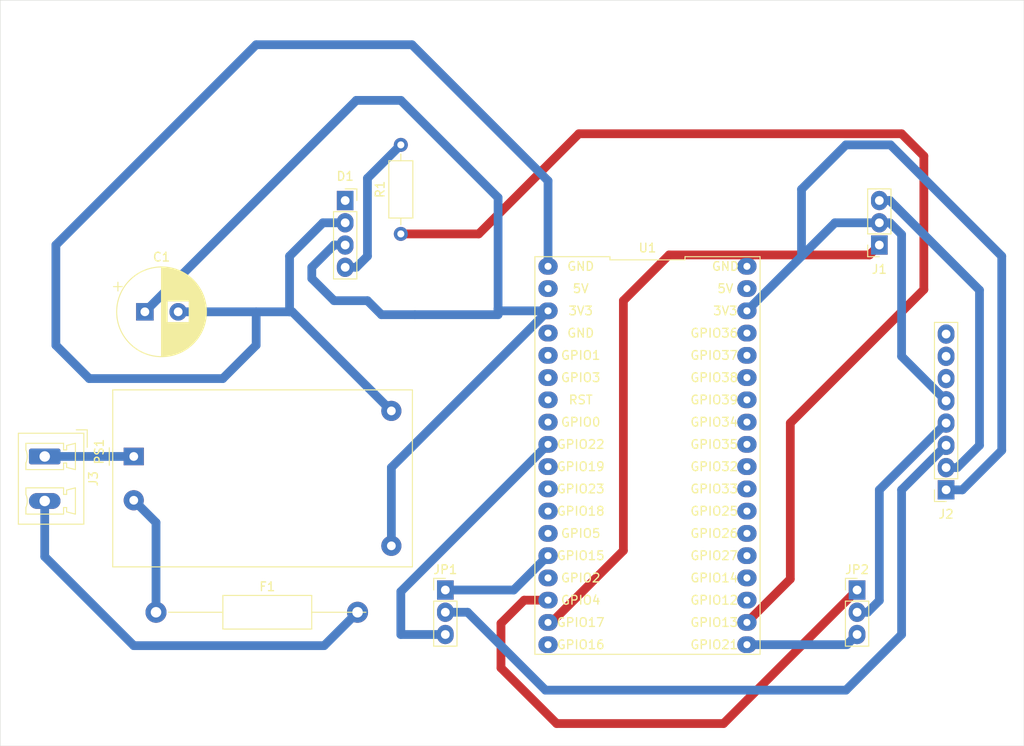
<source format=kicad_pcb>
(kicad_pcb (version 20171130) (host pcbnew "(5.1.6)-1")

  (general
    (thickness 1.6)
    (drawings 4)
    (tracks 101)
    (zones 0)
    (modules 11)
    (nets 44)
  )

  (page A4)
  (layers
    (0 F.Cu signal)
    (31 B.Cu signal)
    (32 B.Adhes user)
    (33 F.Adhes user)
    (34 B.Paste user)
    (35 F.Paste user)
    (36 B.SilkS user)
    (37 F.SilkS user)
    (38 B.Mask user)
    (39 F.Mask user)
    (40 Dwgs.User user)
    (41 Cmts.User user)
    (42 Eco1.User user)
    (43 Eco2.User user)
    (44 Edge.Cuts user)
    (45 Margin user)
    (46 B.CrtYd user)
    (47 F.CrtYd user)
    (48 B.Fab user)
    (49 F.Fab user)
  )

  (setup
    (last_trace_width 1)
    (trace_clearance 0.2)
    (zone_clearance 0.508)
    (zone_45_only no)
    (trace_min 0.2)
    (via_size 0.8)
    (via_drill 0.4)
    (via_min_size 0.4)
    (via_min_drill 0.3)
    (uvia_size 0.3)
    (uvia_drill 0.1)
    (uvias_allowed no)
    (uvia_min_size 0.2)
    (uvia_min_drill 0.1)
    (edge_width 0.05)
    (segment_width 0.2)
    (pcb_text_width 0.3)
    (pcb_text_size 1.5 1.5)
    (mod_edge_width 0.12)
    (mod_text_size 1 1)
    (mod_text_width 0.15)
    (pad_size 2.4 2.4)
    (pad_drill 1.2)
    (pad_to_mask_clearance 0.05)
    (aux_axis_origin 0 0)
    (visible_elements 7FFFFFFF)
    (pcbplotparams
      (layerselection 0x010fc_ffffffff)
      (usegerberextensions false)
      (usegerberattributes true)
      (usegerberadvancedattributes true)
      (creategerberjobfile true)
      (excludeedgelayer true)
      (linewidth 0.100000)
      (plotframeref false)
      (viasonmask false)
      (mode 1)
      (useauxorigin false)
      (hpglpennumber 1)
      (hpglpenspeed 20)
      (hpglpendiameter 15.000000)
      (psnegative false)
      (psa4output false)
      (plotreference true)
      (plotvalue true)
      (plotinvisibletext false)
      (padsonsilk false)
      (subtractmaskfromsilk false)
      (outputformat 1)
      (mirror false)
      (drillshape 0)
      (scaleselection 1)
      (outputdirectory "trazado/"))
  )

  (net 0 "")
  (net 1 "Net-(J1-Pad1)")
  (net 2 "Net-(J1-Pad2)")
  (net 3 "Net-(J1-Pad3)")
  (net 4 "Net-(J2-Pad3)")
  (net 5 "Net-(J2-Pad4)")
  (net 6 "Net-(J2-Pad6)")
  (net 7 "Net-(J2-Pad7)")
  (net 8 "Net-(J2-Pad8)")
  (net 9 "Net-(U1-Pad36)")
  (net 10 "Net-(U1-Pad37)")
  (net 11 "Net-(U1-PadRX)")
  (net 12 "Net-(U1-Pad38)")
  (net 13 "Net-(U1-PadTX)")
  (net 14 "Net-(U1-Pad39)")
  (net 15 "Net-(U1-PadRST)")
  (net 16 "Net-(U1-Pad34)")
  (net 17 "Net-(U1-Pad0)")
  (net 18 "Net-(U1-Pad32)")
  (net 19 "Net-(U1-Pad19)")
  (net 20 "Net-(U1-Pad33)")
  (net 21 "Net-(U1-Pad23)")
  (net 22 "Net-(U1-Pad25)")
  (net 23 "Net-(U1-Pad18)")
  (net 24 "Net-(U1-Pad26)")
  (net 25 "Net-(U1-Pad5)")
  (net 26 "Net-(U1-Pad27)")
  (net 27 "Net-(U1-Pad14)")
  (net 28 "Net-(U1-Pad2)")
  (net 29 "Net-(U1-Pad12)")
  (net 30 "Net-(U1-Pad16)")
  (net 31 "Net-(JP1-Pad1)")
  (net 32 "Net-(JP1-Pad3)")
  (net 33 "Net-(JP2-Pad3)")
  (net 34 "Net-(JP2-Pad1)")
  (net 35 "Net-(C1-Pad1)")
  (net 36 "Net-(C1-Pad2)")
  (net 37 "Net-(D1-Pad4)")
  (net 38 "Net-(F1-Pad1)")
  (net 39 "Net-(F1-Pad2)")
  (net 40 "Net-(J3-Pad1)")
  (net 41 "Net-(U1-Pad5V)")
  (net 42 "Net-(R1-Pad1)")
  (net 43 "Net-(U1-Pad35)")

  (net_class Default "This is the default net class."
    (clearance 0.2)
    (trace_width 1)
    (via_dia 0.8)
    (via_drill 0.4)
    (uvia_dia 0.3)
    (uvia_drill 0.1)
    (add_net "Net-(C1-Pad1)")
    (add_net "Net-(C1-Pad2)")
    (add_net "Net-(D1-Pad4)")
    (add_net "Net-(F1-Pad1)")
    (add_net "Net-(F1-Pad2)")
    (add_net "Net-(J1-Pad1)")
    (add_net "Net-(J1-Pad2)")
    (add_net "Net-(J1-Pad3)")
    (add_net "Net-(J2-Pad3)")
    (add_net "Net-(J2-Pad4)")
    (add_net "Net-(J2-Pad6)")
    (add_net "Net-(J2-Pad7)")
    (add_net "Net-(J2-Pad8)")
    (add_net "Net-(J3-Pad1)")
    (add_net "Net-(JP1-Pad1)")
    (add_net "Net-(JP1-Pad3)")
    (add_net "Net-(JP2-Pad1)")
    (add_net "Net-(JP2-Pad3)")
    (add_net "Net-(R1-Pad1)")
    (add_net "Net-(U1-Pad0)")
    (add_net "Net-(U1-Pad12)")
    (add_net "Net-(U1-Pad14)")
    (add_net "Net-(U1-Pad16)")
    (add_net "Net-(U1-Pad18)")
    (add_net "Net-(U1-Pad19)")
    (add_net "Net-(U1-Pad2)")
    (add_net "Net-(U1-Pad23)")
    (add_net "Net-(U1-Pad25)")
    (add_net "Net-(U1-Pad26)")
    (add_net "Net-(U1-Pad27)")
    (add_net "Net-(U1-Pad32)")
    (add_net "Net-(U1-Pad33)")
    (add_net "Net-(U1-Pad34)")
    (add_net "Net-(U1-Pad35)")
    (add_net "Net-(U1-Pad36)")
    (add_net "Net-(U1-Pad37)")
    (add_net "Net-(U1-Pad38)")
    (add_net "Net-(U1-Pad39)")
    (add_net "Net-(U1-Pad5)")
    (add_net "Net-(U1-Pad5V)")
    (add_net "Net-(U1-PadRST)")
    (add_net "Net-(U1-PadRX)")
    (add_net "Net-(U1-PadTX)")
  )

  (module Connector_PinHeader_2.54mm:PinHeader_1x03_P2.54mm_Vertical (layer F.Cu) (tedit 603DF308) (tstamp 603CA03F)
    (at 99.06 100.33)
    (descr "Through hole straight pin header, 1x03, 2.54mm pitch, single row")
    (tags "Through hole pin header THT 1x03 2.54mm single row")
    (path /603CA3C0)
    (fp_text reference JP1 (at 0 -2.33) (layer F.SilkS)
      (effects (font (size 1 1) (thickness 0.15)))
    )
    (fp_text value Jumper_3_Open (at 0 7.41) (layer F.Fab)
      (effects (font (size 1 1) (thickness 0.15)))
    )
    (fp_line (start 1.8 -1.8) (end -1.8 -1.8) (layer F.CrtYd) (width 0.05))
    (fp_line (start 1.8 6.85) (end 1.8 -1.8) (layer F.CrtYd) (width 0.05))
    (fp_line (start -1.8 6.85) (end 1.8 6.85) (layer F.CrtYd) (width 0.05))
    (fp_line (start -1.8 -1.8) (end -1.8 6.85) (layer F.CrtYd) (width 0.05))
    (fp_line (start -1.33 -1.33) (end 0 -1.33) (layer F.SilkS) (width 0.12))
    (fp_line (start -1.33 0) (end -1.33 -1.33) (layer F.SilkS) (width 0.12))
    (fp_line (start -1.33 1.27) (end 1.33 1.27) (layer F.SilkS) (width 0.12))
    (fp_line (start 1.33 1.27) (end 1.33 6.41) (layer F.SilkS) (width 0.12))
    (fp_line (start -1.33 1.27) (end -1.33 6.41) (layer F.SilkS) (width 0.12))
    (fp_line (start -1.33 6.41) (end 1.33 6.41) (layer F.SilkS) (width 0.12))
    (fp_line (start -1.27 -0.635) (end -0.635 -1.27) (layer F.Fab) (width 0.1))
    (fp_line (start -1.27 6.35) (end -1.27 -0.635) (layer F.Fab) (width 0.1))
    (fp_line (start 1.27 6.35) (end -1.27 6.35) (layer F.Fab) (width 0.1))
    (fp_line (start 1.27 -1.27) (end 1.27 6.35) (layer F.Fab) (width 0.1))
    (fp_line (start -0.635 -1.27) (end 1.27 -1.27) (layer F.Fab) (width 0.1))
    (fp_text user %R (at 0 2.54 90) (layer F.Fab)
      (effects (font (size 1 1) (thickness 0.15)))
    )
    (pad 1 thru_hole rect (at 0 0) (size 1.9 2.2) (drill 1) (layers *.Cu *.Mask)
      (net 31 "Net-(JP1-Pad1)"))
    (pad 2 thru_hole oval (at 0 2.54) (size 1.9 2.2) (drill 1) (layers *.Cu *.Mask)
      (net 4 "Net-(J2-Pad3)"))
    (pad 3 thru_hole oval (at 0 5.08) (size 1.9 2.2) (drill 1) (layers *.Cu *.Mask)
      (net 32 "Net-(JP1-Pad3)"))
    (model ${KISYS3DMOD}/Connector_PinHeader_2.54mm.3dshapes/PinHeader_1x03_P2.54mm_Vertical.wrl
      (at (xyz 0 0 0))
      (scale (xyz 1 1 1))
      (rotate (xyz 0 0 0))
    )
  )

  (module Connector_PinHeader_2.54mm:PinHeader_1x03_P2.54mm_Vertical (layer F.Cu) (tedit 603DF2D5) (tstamp 603CA056)
    (at 146.05 100.33)
    (descr "Through hole straight pin header, 1x03, 2.54mm pitch, single row")
    (tags "Through hole pin header THT 1x03 2.54mm single row")
    (path /603CC864)
    (fp_text reference JP2 (at 0 -2.33) (layer F.SilkS)
      (effects (font (size 1 1) (thickness 0.15)))
    )
    (fp_text value Jumper_3_Open (at 0 7.41) (layer F.Fab)
      (effects (font (size 1 1) (thickness 0.15)))
    )
    (fp_line (start -0.635 -1.27) (end 1.27 -1.27) (layer F.Fab) (width 0.1))
    (fp_line (start 1.27 -1.27) (end 1.27 6.35) (layer F.Fab) (width 0.1))
    (fp_line (start 1.27 6.35) (end -1.27 6.35) (layer F.Fab) (width 0.1))
    (fp_line (start -1.27 6.35) (end -1.27 -0.635) (layer F.Fab) (width 0.1))
    (fp_line (start -1.27 -0.635) (end -0.635 -1.27) (layer F.Fab) (width 0.1))
    (fp_line (start -1.33 6.41) (end 1.33 6.41) (layer F.SilkS) (width 0.12))
    (fp_line (start -1.33 1.27) (end -1.33 6.41) (layer F.SilkS) (width 0.12))
    (fp_line (start 1.33 1.27) (end 1.33 6.41) (layer F.SilkS) (width 0.12))
    (fp_line (start -1.33 1.27) (end 1.33 1.27) (layer F.SilkS) (width 0.12))
    (fp_line (start -1.33 0) (end -1.33 -1.33) (layer F.SilkS) (width 0.12))
    (fp_line (start -1.33 -1.33) (end 0 -1.33) (layer F.SilkS) (width 0.12))
    (fp_line (start -1.8 -1.8) (end -1.8 6.85) (layer F.CrtYd) (width 0.05))
    (fp_line (start -1.8 6.85) (end 1.8 6.85) (layer F.CrtYd) (width 0.05))
    (fp_line (start 1.8 6.85) (end 1.8 -1.8) (layer F.CrtYd) (width 0.05))
    (fp_line (start 1.8 -1.8) (end -1.8 -1.8) (layer F.CrtYd) (width 0.05))
    (fp_text user %R (at 0 2.54 90) (layer F.Fab)
      (effects (font (size 1 1) (thickness 0.15)))
    )
    (pad 3 thru_hole oval (at 0 5.08) (size 1.9 2.2) (drill 1) (layers *.Cu *.Mask)
      (net 33 "Net-(JP2-Pad3)"))
    (pad 2 thru_hole oval (at 0 2.54) (size 1.9 2.2) (drill 1) (layers *.Cu *.Mask)
      (net 5 "Net-(J2-Pad4)"))
    (pad 1 thru_hole rect (at 0 0) (size 1.9 2.2) (drill 1) (layers *.Cu *.Mask)
      (net 34 "Net-(JP2-Pad1)"))
    (model ${KISYS3DMOD}/Connector_PinHeader_2.54mm.3dshapes/PinHeader_1x03_P2.54mm_Vertical.wrl
      (at (xyz 0 0 0))
      (scale (xyz 1 1 1))
      (rotate (xyz 0 0 0))
    )
  )

  (module Connector_PinSocket_2.54mm:PinSocket_1x04_P2.54mm_Vertical (layer F.Cu) (tedit 603DF298) (tstamp 603CED56)
    (at 87.63 55.88)
    (descr "Through hole straight socket strip, 1x04, 2.54mm pitch, single row (from Kicad 4.0.7), script generated")
    (tags "Through hole socket strip THT 1x04 2.54mm single row")
    (path /603EED04)
    (fp_text reference D1 (at 0 -2.77) (layer F.SilkS)
      (effects (font (size 1 1) (thickness 0.15)))
    )
    (fp_text value NeoPixel_THT (at 0 10.39) (layer F.Fab)
      (effects (font (size 1 1) (thickness 0.15)))
    )
    (fp_line (start -1.27 -1.27) (end 0.635 -1.27) (layer F.Fab) (width 0.1))
    (fp_line (start 0.635 -1.27) (end 1.27 -0.635) (layer F.Fab) (width 0.1))
    (fp_line (start 1.27 -0.635) (end 1.27 8.89) (layer F.Fab) (width 0.1))
    (fp_line (start 1.27 8.89) (end -1.27 8.89) (layer F.Fab) (width 0.1))
    (fp_line (start -1.27 8.89) (end -1.27 -1.27) (layer F.Fab) (width 0.1))
    (fp_line (start -1.33 1.27) (end 1.33 1.27) (layer F.SilkS) (width 0.12))
    (fp_line (start -1.33 1.27) (end -1.33 8.95) (layer F.SilkS) (width 0.12))
    (fp_line (start -1.33 8.95) (end 1.33 8.95) (layer F.SilkS) (width 0.12))
    (fp_line (start 1.33 1.27) (end 1.33 8.95) (layer F.SilkS) (width 0.12))
    (fp_line (start 1.33 -1.33) (end 1.33 0) (layer F.SilkS) (width 0.12))
    (fp_line (start 0 -1.33) (end 1.33 -1.33) (layer F.SilkS) (width 0.12))
    (fp_line (start -1.8 -1.8) (end 1.75 -1.8) (layer F.CrtYd) (width 0.05))
    (fp_line (start 1.75 -1.8) (end 1.75 9.4) (layer F.CrtYd) (width 0.05))
    (fp_line (start 1.75 9.4) (end -1.8 9.4) (layer F.CrtYd) (width 0.05))
    (fp_line (start -1.8 9.4) (end -1.8 -1.8) (layer F.CrtYd) (width 0.05))
    (fp_text user %R (at 0 3.81 90) (layer F.Fab)
      (effects (font (size 1 1) (thickness 0.15)))
    )
    (pad 1 thru_hole rect (at 0 0) (size 1.9 2.2) (drill 1) (layers *.Cu *.Mask)
      (net 36 "Net-(C1-Pad2)"))
    (pad 2 thru_hole oval (at 0 2.54) (size 1.9 2.2) (drill 1) (layers *.Cu *.Mask)
      (net 36 "Net-(C1-Pad2)"))
    (pad 3 thru_hole oval (at 0 5.08) (size 1.9 2.2) (drill 1) (layers *.Cu *.Mask)
      (net 35 "Net-(C1-Pad1)"))
    (pad 4 thru_hole oval (at 0 7.62) (size 1.9 2.2) (drill 1) (layers *.Cu *.Mask)
      (net 37 "Net-(D1-Pad4)"))
    (model ${KISYS3DMOD}/Connector_PinSocket_2.54mm.3dshapes/PinSocket_1x04_P2.54mm_Vertical.wrl
      (at (xyz 0 0 0))
      (scale (xyz 1 1 1))
      (rotate (xyz 0 0 0))
    )
  )

  (module Connector_PinSocket_2.54mm:PinSocket_1x03_P2.54mm_Vertical (layer F.Cu) (tedit 603DF259) (tstamp 6037D5BF)
    (at 148.59 60.96 180)
    (descr "Through hole straight socket strip, 1x03, 2.54mm pitch, single row (from Kicad 4.0.7), script generated")
    (tags "Through hole socket strip THT 1x03 2.54mm single row")
    (path /60369050)
    (fp_text reference J1 (at 0 -2.77 180) (layer F.SilkS)
      (effects (font (size 1 1) (thickness 0.15)))
    )
    (fp_text value Conn_01x03 (at 0 7.85 180) (layer F.Fab)
      (effects (font (size 1 1) (thickness 0.15)))
    )
    (fp_line (start -1.8 6.85) (end -1.8 -1.8) (layer F.CrtYd) (width 0.05))
    (fp_line (start 1.75 6.85) (end -1.8 6.85) (layer F.CrtYd) (width 0.05))
    (fp_line (start 1.75 -1.8) (end 1.75 6.85) (layer F.CrtYd) (width 0.05))
    (fp_line (start -1.8 -1.8) (end 1.75 -1.8) (layer F.CrtYd) (width 0.05))
    (fp_line (start 0 -1.33) (end 1.33 -1.33) (layer F.SilkS) (width 0.12))
    (fp_line (start 1.33 -1.33) (end 1.33 0) (layer F.SilkS) (width 0.12))
    (fp_line (start 1.33 1.27) (end 1.33 6.41) (layer F.SilkS) (width 0.12))
    (fp_line (start -1.33 6.41) (end 1.33 6.41) (layer F.SilkS) (width 0.12))
    (fp_line (start -1.33 1.27) (end -1.33 6.41) (layer F.SilkS) (width 0.12))
    (fp_line (start -1.33 1.27) (end 1.33 1.27) (layer F.SilkS) (width 0.12))
    (fp_line (start -1.27 6.35) (end -1.27 -1.27) (layer F.Fab) (width 0.1))
    (fp_line (start 1.27 6.35) (end -1.27 6.35) (layer F.Fab) (width 0.1))
    (fp_line (start 1.27 -0.635) (end 1.27 6.35) (layer F.Fab) (width 0.1))
    (fp_line (start 0.635 -1.27) (end 1.27 -0.635) (layer F.Fab) (width 0.1))
    (fp_line (start -1.27 -1.27) (end 0.635 -1.27) (layer F.Fab) (width 0.1))
    (fp_text user %R (at 0 2.54 270) (layer F.Fab)
      (effects (font (size 1 1) (thickness 0.15)))
    )
    (pad 1 thru_hole rect (at 0 0 180) (size 1.9 2.2) (drill 1) (layers *.Cu *.Mask)
      (net 1 "Net-(J1-Pad1)"))
    (pad 2 thru_hole oval (at 0 2.54 180) (size 1.9 2.2) (drill 1) (layers *.Cu *.Mask)
      (net 2 "Net-(J1-Pad2)"))
    (pad 3 thru_hole oval (at 0 5.08 180) (size 1.9 2.2) (drill 1) (layers *.Cu *.Mask)
      (net 3 "Net-(J1-Pad3)"))
    (model ${KISYS3DMOD}/Connector_PinSocket_2.54mm.3dshapes/PinSocket_1x03_P2.54mm_Vertical.wrl
      (at (xyz 0 0 0))
      (scale (xyz 1 1 1))
      (rotate (xyz 0 0 0))
    )
  )

  (module Connector_PinSocket_2.54mm:PinSocket_1x08_P2.54mm_Vertical (layer F.Cu) (tedit 603DF1BA) (tstamp 6037D5DB)
    (at 156.21 88.9 180)
    (descr "Through hole straight socket strip, 1x08, 2.54mm pitch, single row (from Kicad 4.0.7), script generated")
    (tags "Through hole socket strip THT 1x08 2.54mm single row")
    (path /60369AF8)
    (fp_text reference J2 (at 0 -2.77 180) (layer F.SilkS)
      (effects (font (size 1 1) (thickness 0.15)))
    )
    (fp_text value Conn_01x08 (at 0 20.55 180) (layer F.Fab)
      (effects (font (size 1 1) (thickness 0.15)))
    )
    (fp_line (start -1.8 19.55) (end -1.8 -1.8) (layer F.CrtYd) (width 0.05))
    (fp_line (start 1.75 19.55) (end -1.8 19.55) (layer F.CrtYd) (width 0.05))
    (fp_line (start 1.75 -1.8) (end 1.75 19.55) (layer F.CrtYd) (width 0.05))
    (fp_line (start -1.8 -1.8) (end 1.75 -1.8) (layer F.CrtYd) (width 0.05))
    (fp_line (start 0 -1.33) (end 1.33 -1.33) (layer F.SilkS) (width 0.12))
    (fp_line (start 1.33 -1.33) (end 1.33 0) (layer F.SilkS) (width 0.12))
    (fp_line (start 1.33 1.27) (end 1.33 19.11) (layer F.SilkS) (width 0.12))
    (fp_line (start -1.33 19.11) (end 1.33 19.11) (layer F.SilkS) (width 0.12))
    (fp_line (start -1.33 1.27) (end -1.33 19.11) (layer F.SilkS) (width 0.12))
    (fp_line (start -1.33 1.27) (end 1.33 1.27) (layer F.SilkS) (width 0.12))
    (fp_line (start -1.27 19.05) (end -1.27 -1.27) (layer F.Fab) (width 0.1))
    (fp_line (start 1.27 19.05) (end -1.27 19.05) (layer F.Fab) (width 0.1))
    (fp_line (start 1.27 -0.635) (end 1.27 19.05) (layer F.Fab) (width 0.1))
    (fp_line (start 0.635 -1.27) (end 1.27 -0.635) (layer F.Fab) (width 0.1))
    (fp_line (start -1.27 -1.27) (end 0.635 -1.27) (layer F.Fab) (width 0.1))
    (fp_text user %R (at 0 8.89 270) (layer F.Fab)
      (effects (font (size 1 1) (thickness 0.15)))
    )
    (pad 1 thru_hole rect (at 0 0 180) (size 1.9 2.2) (drill 1) (layers *.Cu *.Mask)
      (net 2 "Net-(J1-Pad2)"))
    (pad 2 thru_hole oval (at 0 2.54 180) (size 1.9 2.2) (drill 1) (layers *.Cu *.Mask)
      (net 3 "Net-(J1-Pad3)"))
    (pad 3 thru_hole oval (at 0 5.08 180) (size 1.9 2.2) (drill 1) (layers *.Cu *.Mask)
      (net 4 "Net-(J2-Pad3)"))
    (pad 4 thru_hole oval (at 0 7.62 180) (size 1.9 2.2) (drill 1) (layers *.Cu *.Mask)
      (net 5 "Net-(J2-Pad4)"))
    (pad 5 thru_hole oval (at 0 10.16 180) (size 1.9 2.2) (drill 1) (layers *.Cu *.Mask)
      (net 2 "Net-(J1-Pad2)"))
    (pad 6 thru_hole oval (at 0 12.7 180) (size 1.9 2.2) (drill 1) (layers *.Cu *.Mask)
      (net 6 "Net-(J2-Pad6)"))
    (pad 7 thru_hole oval (at 0 15.24 180) (size 1.9 2.2) (drill 1) (layers *.Cu *.Mask)
      (net 7 "Net-(J2-Pad7)"))
    (pad 8 thru_hole oval (at 0 17.78 180) (size 1.9 2.2) (drill 1) (layers *.Cu *.Mask)
      (net 8 "Net-(J2-Pad8)"))
    (model ${KISYS3DMOD}/Connector_PinSocket_2.54mm.3dshapes/PinSocket_1x08_P2.54mm_Vertical.wrl
      (at (xyz 0 0 0))
      (scale (xyz 1 1 1))
      (rotate (xyz 0 0 0))
    )
  )

  (module arduino-kicad-library-master:TTGO_ESP32 (layer F.Cu) (tedit 603DF139) (tstamp 6037D633)
    (at 122.130001 86.250001)
    (path /60367286)
    (fp_text reference U1 (at 0 -24.96) (layer F.SilkS)
      (effects (font (size 1 1) (thickness 0.15)))
    )
    (fp_text value TTGO-ESP32 (at 0 -1.27 270) (layer F.Fab)
      (effects (font (size 1 1) (thickness 0.15)))
    )
    (fp_line (start -12.6 -23.71) (end 12.6 -23.71) (layer F.CrtYd) (width 0.05))
    (fp_line (start -12.6 21.17) (end -12.6 -23.71) (layer F.CrtYd) (width 0.05))
    (fp_line (start 12.6 21.17) (end -12.6 21.17) (layer F.CrtYd) (width 0.05))
    (fp_line (start 12.6 -23.71) (end 12.6 21.17) (layer F.CrtYd) (width 0.05))
    (fp_line (start -4.283333 -23.96) (end -12.849999 -23.96) (layer F.SilkS) (width 0.12))
    (fp_line (start -4.283333 -23.6) (end -4.283333 -23.96) (layer F.SilkS) (width 0.12))
    (fp_line (start 4.283333 -23.6) (end -4.283333 -23.6) (layer F.SilkS) (width 0.12))
    (fp_line (start 4.283333 -23.96) (end 4.283333 -23.6) (layer F.SilkS) (width 0.12))
    (fp_line (start 12.85 -23.96) (end 4.283333 -23.96) (layer F.SilkS) (width 0.12))
    (fp_line (start 12.849999 21.42) (end 12.85 -23.96) (layer F.SilkS) (width 0.12))
    (fp_line (start -12.85 21.42) (end 12.849999 21.42) (layer F.SilkS) (width 0.12))
    (fp_line (start -12.849999 -23.96) (end -12.85 21.42) (layer F.SilkS) (width 0.12))
    (fp_text user GND (at -7.62 -22.86) (layer F.SilkS)
      (effects (font (size 1 1) (thickness 0.15)))
    )
    (fp_text user 5V (at -7.62 -20.32) (layer F.SilkS)
      (effects (font (size 1 1) (thickness 0.15)))
    )
    (fp_text user GND (at -7.62 -15.24) (layer F.SilkS)
      (effects (font (size 1 1) (thickness 0.15)))
    )
    (fp_text user 3V3 (at -7.62 -17.78) (layer F.SilkS)
      (effects (font (size 1 1) (thickness 0.15)))
    )
    (fp_text user GPIO1 (at -7.62 -12.7) (layer F.SilkS)
      (effects (font (size 1 1) (thickness 0.15)))
    )
    (fp_text user GPIO3 (at -7.62 -10.16) (layer F.SilkS)
      (effects (font (size 1 1) (thickness 0.15)))
    )
    (fp_text user RST (at -7.62 -7.62) (layer F.SilkS)
      (effects (font (size 1 1) (thickness 0.15)))
    )
    (fp_text user GPIO0 (at -7.62 -5.08) (layer F.SilkS)
      (effects (font (size 1 1) (thickness 0.15)))
    )
    (fp_text user GPIO22 (at -7.62 -2.54) (layer F.SilkS)
      (effects (font (size 1 1) (thickness 0.15)))
    )
    (fp_text user GPIO19 (at -7.62 0) (layer F.SilkS)
      (effects (font (size 1 1) (thickness 0.15)))
    )
    (fp_text user GPIO23 (at -7.62 2.54) (layer F.SilkS)
      (effects (font (size 1 1) (thickness 0.15)))
    )
    (fp_text user GPIO18 (at -7.62 5.08) (layer F.SilkS)
      (effects (font (size 1 1) (thickness 0.15)))
    )
    (fp_text user GPIO5 (at -7.62 7.62) (layer F.SilkS)
      (effects (font (size 1 1) (thickness 0.15)))
    )
    (fp_text user GPIO15 (at -7.62 10.16) (layer F.SilkS)
      (effects (font (size 1 1) (thickness 0.15)))
    )
    (fp_text user GPIO2 (at -7.62 12.7) (layer F.SilkS)
      (effects (font (size 1 1) (thickness 0.15)))
    )
    (fp_text user GPIO4 (at -7.62 15.24) (layer F.SilkS)
      (effects (font (size 1 1) (thickness 0.15)))
    )
    (fp_text user GPIO17 (at -7.62 17.78) (layer F.SilkS)
      (effects (font (size 1 1) (thickness 0.15)))
    )
    (fp_text user GPIO16 (at -7.62 20.32) (layer F.SilkS)
      (effects (font (size 1 1) (thickness 0.15)))
    )
    (fp_text user 5V (at 8.89 -20.32) (layer F.SilkS)
      (effects (font (size 1 1) (thickness 0.15)))
    )
    (fp_text user GND (at 8.89 -22.86) (layer F.SilkS)
      (effects (font (size 1 1) (thickness 0.15)))
    )
    (fp_text user 3V3 (at 8.89 -17.78) (layer F.SilkS)
      (effects (font (size 1 1) (thickness 0.15)))
    )
    (fp_text user GPIO36 (at 7.62 -15.24) (layer F.SilkS)
      (effects (font (size 1 1) (thickness 0.15)))
    )
    (fp_text user GPIO37 (at 7.62 -12.7) (layer F.SilkS)
      (effects (font (size 1 1) (thickness 0.15)))
    )
    (fp_text user GPIO38 (at 7.62 -10.16) (layer F.SilkS)
      (effects (font (size 1 1) (thickness 0.15)))
    )
    (fp_text user GPIO39 (at 7.62 -7.62) (layer F.SilkS)
      (effects (font (size 1 1) (thickness 0.15)))
    )
    (fp_text user GPIO34 (at 7.62 -5.08) (layer F.SilkS)
      (effects (font (size 1 1) (thickness 0.15)))
    )
    (fp_text user GPIO35 (at 7.62 -2.54) (layer F.SilkS)
      (effects (font (size 1 1) (thickness 0.15)))
    )
    (fp_text user GPIO32 (at 7.62 0) (layer F.SilkS)
      (effects (font (size 1 1) (thickness 0.15)))
    )
    (fp_text user GPIO33 (at 7.62 2.54) (layer F.SilkS)
      (effects (font (size 1 1) (thickness 0.15)))
    )
    (fp_text user GPIO25 (at 7.62 5.08) (layer F.SilkS)
      (effects (font (size 1 1) (thickness 0.15)))
    )
    (fp_text user GPIO26 (at 7.62 7.62) (layer F.SilkS)
      (effects (font (size 1 1) (thickness 0.15)))
    )
    (fp_text user GPIO27 (at 7.62 10.16) (layer F.SilkS)
      (effects (font (size 1 1) (thickness 0.15)))
    )
    (fp_text user GPIO14 (at 7.62 12.7) (layer F.SilkS)
      (effects (font (size 1 1) (thickness 0.15)))
    )
    (fp_text user GPIO12 (at 7.62 15.24) (layer F.SilkS)
      (effects (font (size 1 1) (thickness 0.15)))
    )
    (fp_text user GPIO13 (at 7.62 17.78) (layer F.SilkS)
      (effects (font (size 1 1) (thickness 0.15)))
    )
    (fp_text user GPIO21 (at 7.62 20.32) (layer F.SilkS)
      (effects (font (size 1 1) (thickness 0.15)))
    )
    (pad GND thru_hole oval (at 11.35 -22.86 270) (size 1.9 2.2) (drill 0.8) (layers *.Cu *.Mask)
      (net 36 "Net-(C1-Pad2)"))
    (pad GND thru_hole oval (at -11.35 -22.86 270) (size 1.9 2.2) (drill 0.8) (layers *.Cu *.Mask)
      (net 36 "Net-(C1-Pad2)"))
    (pad 5V thru_hole oval (at 11.35 -20.32 270) (size 1.9 2.2) (drill 0.8) (layers *.Cu *.Mask)
      (net 41 "Net-(U1-Pad5V)"))
    (pad 5V thru_hole oval (at -11.35 -20.32 270) (size 1.9 2.2) (drill 0.8) (layers *.Cu *.Mask)
      (net 41 "Net-(U1-Pad5V)"))
    (pad 3V3 thru_hole oval (at 11.35 -17.78 270) (size 1.9 2.2) (drill 0.8) (layers *.Cu *.Mask)
      (net 35 "Net-(C1-Pad1)"))
    (pad 3V3 thru_hole oval (at -11.35 -17.78 270) (size 1.9 2.2) (drill 0.8) (layers *.Cu *.Mask)
      (net 35 "Net-(C1-Pad1)"))
    (pad 36 thru_hole oval (at 11.35 -15.24 270) (size 1.9 2.2) (drill 0.8) (layers *.Cu *.Mask)
      (net 9 "Net-(U1-Pad36)"))
    (pad GND thru_hole oval (at -11.35 -15.24 270) (size 1.9 2.2) (drill 0.8) (layers *.Cu *.Mask)
      (net 36 "Net-(C1-Pad2)"))
    (pad 37 thru_hole oval (at 11.35 -12.7 270) (size 1.9 2.2) (drill 0.8) (layers *.Cu *.Mask)
      (net 10 "Net-(U1-Pad37)"))
    (pad RX thru_hole oval (at -11.35 -12.7 270) (size 1.9 2.2) (drill 0.8) (layers *.Cu *.Mask)
      (net 11 "Net-(U1-PadRX)"))
    (pad 38 thru_hole oval (at 11.35 -10.16 270) (size 1.9 2.2) (drill 0.8) (layers *.Cu *.Mask)
      (net 12 "Net-(U1-Pad38)"))
    (pad TX thru_hole oval (at -11.35 -10.16 270) (size 1.9 2.2) (drill 0.8) (layers *.Cu *.Mask)
      (net 13 "Net-(U1-PadTX)"))
    (pad 39 thru_hole oval (at 11.35 -7.62 270) (size 1.9 2.2) (drill 0.8) (layers *.Cu *.Mask)
      (net 14 "Net-(U1-Pad39)"))
    (pad RST thru_hole oval (at -11.35 -7.62 270) (size 1.9 2.2) (drill 0.8) (layers *.Cu *.Mask)
      (net 15 "Net-(U1-PadRST)"))
    (pad 34 thru_hole oval (at 11.35 -5.08 270) (size 1.9 2.2) (drill 0.8) (layers *.Cu *.Mask)
      (net 16 "Net-(U1-Pad34)"))
    (pad 0 thru_hole oval (at -11.35 -5.08 270) (size 1.9 2.2) (drill 0.8) (layers *.Cu *.Mask)
      (net 17 "Net-(U1-Pad0)"))
    (pad 35 thru_hole oval (at 11.35 -2.54 270) (size 1.9 2.2) (drill 0.8) (layers *.Cu *.Mask)
      (net 43 "Net-(U1-Pad35)"))
    (pad 22 thru_hole oval (at -11.35 -2.54 270) (size 1.9 2.2) (drill 0.8) (layers *.Cu *.Mask)
      (net 32 "Net-(JP1-Pad3)"))
    (pad 32 thru_hole oval (at 11.35 0 270) (size 1.9 2.2) (drill 0.8) (layers *.Cu *.Mask)
      (net 18 "Net-(U1-Pad32)"))
    (pad 19 thru_hole oval (at -11.35 0 270) (size 1.9 2.2) (drill 0.8) (layers *.Cu *.Mask)
      (net 19 "Net-(U1-Pad19)"))
    (pad 33 thru_hole oval (at 11.35 2.54 270) (size 1.9 2.2) (drill 0.8) (layers *.Cu *.Mask)
      (net 20 "Net-(U1-Pad33)"))
    (pad 23 thru_hole oval (at -11.35 2.54 270) (size 1.9 2.2) (drill 0.8) (layers *.Cu *.Mask)
      (net 21 "Net-(U1-Pad23)"))
    (pad 25 thru_hole oval (at 11.35 5.08 270) (size 1.9 2.2) (drill 0.8) (layers *.Cu *.Mask)
      (net 22 "Net-(U1-Pad25)"))
    (pad 18 thru_hole oval (at -11.35 5.08 270) (size 1.9 2.2) (drill 0.8) (layers *.Cu *.Mask)
      (net 23 "Net-(U1-Pad18)"))
    (pad 26 thru_hole oval (at 11.35 7.62 270) (size 1.9 2.2) (drill 0.8) (layers *.Cu *.Mask)
      (net 24 "Net-(U1-Pad26)"))
    (pad 5 thru_hole oval (at -11.35 7.62 270) (size 1.9 2.2) (drill 0.8) (layers *.Cu *.Mask)
      (net 25 "Net-(U1-Pad5)"))
    (pad 27 thru_hole oval (at 11.35 10.16 270) (size 1.9 2.2) (drill 0.8) (layers *.Cu *.Mask)
      (net 26 "Net-(U1-Pad27)"))
    (pad 15 thru_hole oval (at -11.35 10.16 270) (size 1.9 2.2) (drill 0.8) (layers *.Cu *.Mask)
      (net 31 "Net-(JP1-Pad1)"))
    (pad 14 thru_hole oval (at 11.35 12.7 270) (size 1.9 2.2) (drill 0.8) (layers *.Cu *.Mask)
      (net 27 "Net-(U1-Pad14)"))
    (pad 2 thru_hole oval (at -11.35 12.7 270) (size 1.9 2.2) (drill 0.8) (layers *.Cu *.Mask)
      (net 28 "Net-(U1-Pad2)"))
    (pad 12 thru_hole oval (at 11.35 15.24 270) (size 1.9 2.2) (drill 0.8) (layers *.Cu *.Mask)
      (net 29 "Net-(U1-Pad12)"))
    (pad 4 thru_hole oval (at -11.35 15.24 270) (size 1.9 2.2) (drill 0.8) (layers *.Cu *.Mask)
      (net 34 "Net-(JP2-Pad1)"))
    (pad 13 thru_hole oval (at 11.35 17.78 270) (size 1.9 2.2) (drill 0.8) (layers *.Cu *.Mask)
      (net 42 "Net-(R1-Pad1)"))
    (pad 17 thru_hole oval (at -11.35 17.78 270) (size 1.9 2.2) (drill 0.8) (layers *.Cu *.Mask)
      (net 1 "Net-(J1-Pad1)"))
    (pad 21 thru_hole oval (at 11.35 20.32 270) (size 1.9 2.2) (drill 0.8) (layers *.Cu *.Mask)
      (net 33 "Net-(JP2-Pad3)"))
    (pad 16 thru_hole oval (at -11.35 20.32 270) (size 1.9 2.2) (drill 0.8) (layers *.Cu *.Mask)
      (net 30 "Net-(U1-Pad16)"))
  )

  (module Resistor_THT:R_Axial_DIN0411_L9.9mm_D3.6mm_P25.40mm_Horizontal (layer F.Cu) (tedit 603DF156) (tstamp 603CE0DE)
    (at 66.04 102.87)
    (descr "Resistor, Axial_DIN0411 series, Axial, Horizontal, pin pitch=25.4mm, 1W, length*diameter=9.9*3.6mm^2")
    (tags "Resistor Axial_DIN0411 series Axial Horizontal pin pitch 25.4mm 1W length 9.9mm diameter 3.6mm")
    (path /6041131D)
    (fp_text reference F1 (at 12.7 -2.92) (layer F.SilkS)
      (effects (font (size 1 1) (thickness 0.15)))
    )
    (fp_text value Fuse (at 12.7 2.92) (layer F.Fab)
      (effects (font (size 1 1) (thickness 0.15)))
    )
    (fp_line (start 7.75 -1.8) (end 7.75 1.8) (layer F.Fab) (width 0.1))
    (fp_line (start 7.75 1.8) (end 17.65 1.8) (layer F.Fab) (width 0.1))
    (fp_line (start 17.65 1.8) (end 17.65 -1.8) (layer F.Fab) (width 0.1))
    (fp_line (start 17.65 -1.8) (end 7.75 -1.8) (layer F.Fab) (width 0.1))
    (fp_line (start 0 0) (end 7.75 0) (layer F.Fab) (width 0.1))
    (fp_line (start 25.4 0) (end 17.65 0) (layer F.Fab) (width 0.1))
    (fp_line (start 7.63 -1.92) (end 7.63 1.92) (layer F.SilkS) (width 0.12))
    (fp_line (start 7.63 1.92) (end 17.77 1.92) (layer F.SilkS) (width 0.12))
    (fp_line (start 17.77 1.92) (end 17.77 -1.92) (layer F.SilkS) (width 0.12))
    (fp_line (start 17.77 -1.92) (end 7.63 -1.92) (layer F.SilkS) (width 0.12))
    (fp_line (start 1.44 0) (end 7.63 0) (layer F.SilkS) (width 0.12))
    (fp_line (start 23.96 0) (end 17.77 0) (layer F.SilkS) (width 0.12))
    (fp_line (start -1.45 -2.05) (end -1.45 2.05) (layer F.CrtYd) (width 0.05))
    (fp_line (start -1.45 2.05) (end 26.85 2.05) (layer F.CrtYd) (width 0.05))
    (fp_line (start 26.85 2.05) (end 26.85 -2.05) (layer F.CrtYd) (width 0.05))
    (fp_line (start 26.85 -2.05) (end -1.45 -2.05) (layer F.CrtYd) (width 0.05))
    (fp_text user %R (at 12.7 0) (layer F.Fab)
      (effects (font (size 1 1) (thickness 0.15)))
    )
    (pad 1 thru_hole circle (at 0 0) (size 2.4 2.4) (drill 1.2) (layers *.Cu *.Mask)
      (net 38 "Net-(F1-Pad1)"))
    (pad 2 thru_hole oval (at 23 0) (size 2.4 2.4) (drill 1.2) (layers *.Cu *.Mask)
      (net 39 "Net-(F1-Pad2)"))
    (model ${KISYS3DMOD}/Resistor_THT.3dshapes/R_Axial_DIN0411_L9.9mm_D3.6mm_P25.40mm_Horizontal.wrl
      (at (xyz 0 0 0))
      (scale (xyz 1 1 1))
      (rotate (xyz 0 0 0))
    )
  )

  (module Capacitor_THT:CP_Radial_D10.0mm_P3.80mm (layer F.Cu) (tedit 5AE50EF1) (tstamp 603CE0B1)
    (at 64.77 68.58)
    (descr "CP, Radial series, Radial, pin pitch=3.80mm, , diameter=10mm, Electrolytic Capacitor")
    (tags "CP Radial series Radial pin pitch 3.80mm  diameter 10mm Electrolytic Capacitor")
    (path /603FE050)
    (fp_text reference C1 (at 1.9 -6.25) (layer F.SilkS)
      (effects (font (size 1 1) (thickness 0.15)))
    )
    (fp_text value CP (at 1.9 6.25) (layer F.Fab)
      (effects (font (size 1 1) (thickness 0.15)))
    )
    (fp_circle (center 1.9 0) (end 6.9 0) (layer F.Fab) (width 0.1))
    (fp_circle (center 1.9 0) (end 7.02 0) (layer F.SilkS) (width 0.12))
    (fp_circle (center 1.9 0) (end 7.15 0) (layer F.CrtYd) (width 0.05))
    (fp_line (start -2.388861 -2.1875) (end -1.388861 -2.1875) (layer F.Fab) (width 0.1))
    (fp_line (start -1.888861 -2.6875) (end -1.888861 -1.6875) (layer F.Fab) (width 0.1))
    (fp_line (start 1.9 -5.08) (end 1.9 5.08) (layer F.SilkS) (width 0.12))
    (fp_line (start 1.94 -5.08) (end 1.94 5.08) (layer F.SilkS) (width 0.12))
    (fp_line (start 1.98 -5.08) (end 1.98 5.08) (layer F.SilkS) (width 0.12))
    (fp_line (start 2.02 -5.079) (end 2.02 5.079) (layer F.SilkS) (width 0.12))
    (fp_line (start 2.06 -5.078) (end 2.06 5.078) (layer F.SilkS) (width 0.12))
    (fp_line (start 2.1 -5.077) (end 2.1 5.077) (layer F.SilkS) (width 0.12))
    (fp_line (start 2.14 -5.075) (end 2.14 5.075) (layer F.SilkS) (width 0.12))
    (fp_line (start 2.18 -5.073) (end 2.18 5.073) (layer F.SilkS) (width 0.12))
    (fp_line (start 2.22 -5.07) (end 2.22 5.07) (layer F.SilkS) (width 0.12))
    (fp_line (start 2.26 -5.068) (end 2.26 5.068) (layer F.SilkS) (width 0.12))
    (fp_line (start 2.3 -5.065) (end 2.3 5.065) (layer F.SilkS) (width 0.12))
    (fp_line (start 2.34 -5.062) (end 2.34 5.062) (layer F.SilkS) (width 0.12))
    (fp_line (start 2.38 -5.058) (end 2.38 5.058) (layer F.SilkS) (width 0.12))
    (fp_line (start 2.42 -5.054) (end 2.42 5.054) (layer F.SilkS) (width 0.12))
    (fp_line (start 2.46 -5.05) (end 2.46 5.05) (layer F.SilkS) (width 0.12))
    (fp_line (start 2.5 -5.045) (end 2.5 5.045) (layer F.SilkS) (width 0.12))
    (fp_line (start 2.54 -5.04) (end 2.54 5.04) (layer F.SilkS) (width 0.12))
    (fp_line (start 2.58 -5.035) (end 2.58 -1.241) (layer F.SilkS) (width 0.12))
    (fp_line (start 2.58 1.241) (end 2.58 5.035) (layer F.SilkS) (width 0.12))
    (fp_line (start 2.621 -5.03) (end 2.621 -1.241) (layer F.SilkS) (width 0.12))
    (fp_line (start 2.621 1.241) (end 2.621 5.03) (layer F.SilkS) (width 0.12))
    (fp_line (start 2.661 -5.024) (end 2.661 -1.241) (layer F.SilkS) (width 0.12))
    (fp_line (start 2.661 1.241) (end 2.661 5.024) (layer F.SilkS) (width 0.12))
    (fp_line (start 2.701 -5.018) (end 2.701 -1.241) (layer F.SilkS) (width 0.12))
    (fp_line (start 2.701 1.241) (end 2.701 5.018) (layer F.SilkS) (width 0.12))
    (fp_line (start 2.741 -5.011) (end 2.741 -1.241) (layer F.SilkS) (width 0.12))
    (fp_line (start 2.741 1.241) (end 2.741 5.011) (layer F.SilkS) (width 0.12))
    (fp_line (start 2.781 -5.004) (end 2.781 -1.241) (layer F.SilkS) (width 0.12))
    (fp_line (start 2.781 1.241) (end 2.781 5.004) (layer F.SilkS) (width 0.12))
    (fp_line (start 2.821 -4.997) (end 2.821 -1.241) (layer F.SilkS) (width 0.12))
    (fp_line (start 2.821 1.241) (end 2.821 4.997) (layer F.SilkS) (width 0.12))
    (fp_line (start 2.861 -4.99) (end 2.861 -1.241) (layer F.SilkS) (width 0.12))
    (fp_line (start 2.861 1.241) (end 2.861 4.99) (layer F.SilkS) (width 0.12))
    (fp_line (start 2.901 -4.982) (end 2.901 -1.241) (layer F.SilkS) (width 0.12))
    (fp_line (start 2.901 1.241) (end 2.901 4.982) (layer F.SilkS) (width 0.12))
    (fp_line (start 2.941 -4.974) (end 2.941 -1.241) (layer F.SilkS) (width 0.12))
    (fp_line (start 2.941 1.241) (end 2.941 4.974) (layer F.SilkS) (width 0.12))
    (fp_line (start 2.981 -4.965) (end 2.981 -1.241) (layer F.SilkS) (width 0.12))
    (fp_line (start 2.981 1.241) (end 2.981 4.965) (layer F.SilkS) (width 0.12))
    (fp_line (start 3.021 -4.956) (end 3.021 -1.241) (layer F.SilkS) (width 0.12))
    (fp_line (start 3.021 1.241) (end 3.021 4.956) (layer F.SilkS) (width 0.12))
    (fp_line (start 3.061 -4.947) (end 3.061 -1.241) (layer F.SilkS) (width 0.12))
    (fp_line (start 3.061 1.241) (end 3.061 4.947) (layer F.SilkS) (width 0.12))
    (fp_line (start 3.101 -4.938) (end 3.101 -1.241) (layer F.SilkS) (width 0.12))
    (fp_line (start 3.101 1.241) (end 3.101 4.938) (layer F.SilkS) (width 0.12))
    (fp_line (start 3.141 -4.928) (end 3.141 -1.241) (layer F.SilkS) (width 0.12))
    (fp_line (start 3.141 1.241) (end 3.141 4.928) (layer F.SilkS) (width 0.12))
    (fp_line (start 3.181 -4.918) (end 3.181 -1.241) (layer F.SilkS) (width 0.12))
    (fp_line (start 3.181 1.241) (end 3.181 4.918) (layer F.SilkS) (width 0.12))
    (fp_line (start 3.221 -4.907) (end 3.221 -1.241) (layer F.SilkS) (width 0.12))
    (fp_line (start 3.221 1.241) (end 3.221 4.907) (layer F.SilkS) (width 0.12))
    (fp_line (start 3.261 -4.897) (end 3.261 -1.241) (layer F.SilkS) (width 0.12))
    (fp_line (start 3.261 1.241) (end 3.261 4.897) (layer F.SilkS) (width 0.12))
    (fp_line (start 3.301 -4.885) (end 3.301 -1.241) (layer F.SilkS) (width 0.12))
    (fp_line (start 3.301 1.241) (end 3.301 4.885) (layer F.SilkS) (width 0.12))
    (fp_line (start 3.341 -4.874) (end 3.341 -1.241) (layer F.SilkS) (width 0.12))
    (fp_line (start 3.341 1.241) (end 3.341 4.874) (layer F.SilkS) (width 0.12))
    (fp_line (start 3.381 -4.862) (end 3.381 -1.241) (layer F.SilkS) (width 0.12))
    (fp_line (start 3.381 1.241) (end 3.381 4.862) (layer F.SilkS) (width 0.12))
    (fp_line (start 3.421 -4.85) (end 3.421 -1.241) (layer F.SilkS) (width 0.12))
    (fp_line (start 3.421 1.241) (end 3.421 4.85) (layer F.SilkS) (width 0.12))
    (fp_line (start 3.461 -4.837) (end 3.461 -1.241) (layer F.SilkS) (width 0.12))
    (fp_line (start 3.461 1.241) (end 3.461 4.837) (layer F.SilkS) (width 0.12))
    (fp_line (start 3.501 -4.824) (end 3.501 -1.241) (layer F.SilkS) (width 0.12))
    (fp_line (start 3.501 1.241) (end 3.501 4.824) (layer F.SilkS) (width 0.12))
    (fp_line (start 3.541 -4.811) (end 3.541 -1.241) (layer F.SilkS) (width 0.12))
    (fp_line (start 3.541 1.241) (end 3.541 4.811) (layer F.SilkS) (width 0.12))
    (fp_line (start 3.581 -4.797) (end 3.581 -1.241) (layer F.SilkS) (width 0.12))
    (fp_line (start 3.581 1.241) (end 3.581 4.797) (layer F.SilkS) (width 0.12))
    (fp_line (start 3.621 -4.783) (end 3.621 -1.241) (layer F.SilkS) (width 0.12))
    (fp_line (start 3.621 1.241) (end 3.621 4.783) (layer F.SilkS) (width 0.12))
    (fp_line (start 3.661 -4.768) (end 3.661 -1.241) (layer F.SilkS) (width 0.12))
    (fp_line (start 3.661 1.241) (end 3.661 4.768) (layer F.SilkS) (width 0.12))
    (fp_line (start 3.701 -4.754) (end 3.701 -1.241) (layer F.SilkS) (width 0.12))
    (fp_line (start 3.701 1.241) (end 3.701 4.754) (layer F.SilkS) (width 0.12))
    (fp_line (start 3.741 -4.738) (end 3.741 -1.241) (layer F.SilkS) (width 0.12))
    (fp_line (start 3.741 1.241) (end 3.741 4.738) (layer F.SilkS) (width 0.12))
    (fp_line (start 3.781 -4.723) (end 3.781 -1.241) (layer F.SilkS) (width 0.12))
    (fp_line (start 3.781 1.241) (end 3.781 4.723) (layer F.SilkS) (width 0.12))
    (fp_line (start 3.821 -4.707) (end 3.821 -1.241) (layer F.SilkS) (width 0.12))
    (fp_line (start 3.821 1.241) (end 3.821 4.707) (layer F.SilkS) (width 0.12))
    (fp_line (start 3.861 -4.69) (end 3.861 -1.241) (layer F.SilkS) (width 0.12))
    (fp_line (start 3.861 1.241) (end 3.861 4.69) (layer F.SilkS) (width 0.12))
    (fp_line (start 3.901 -4.674) (end 3.901 -1.241) (layer F.SilkS) (width 0.12))
    (fp_line (start 3.901 1.241) (end 3.901 4.674) (layer F.SilkS) (width 0.12))
    (fp_line (start 3.941 -4.657) (end 3.941 -1.241) (layer F.SilkS) (width 0.12))
    (fp_line (start 3.941 1.241) (end 3.941 4.657) (layer F.SilkS) (width 0.12))
    (fp_line (start 3.981 -4.639) (end 3.981 -1.241) (layer F.SilkS) (width 0.12))
    (fp_line (start 3.981 1.241) (end 3.981 4.639) (layer F.SilkS) (width 0.12))
    (fp_line (start 4.021 -4.621) (end 4.021 -1.241) (layer F.SilkS) (width 0.12))
    (fp_line (start 4.021 1.241) (end 4.021 4.621) (layer F.SilkS) (width 0.12))
    (fp_line (start 4.061 -4.603) (end 4.061 -1.241) (layer F.SilkS) (width 0.12))
    (fp_line (start 4.061 1.241) (end 4.061 4.603) (layer F.SilkS) (width 0.12))
    (fp_line (start 4.101 -4.584) (end 4.101 -1.241) (layer F.SilkS) (width 0.12))
    (fp_line (start 4.101 1.241) (end 4.101 4.584) (layer F.SilkS) (width 0.12))
    (fp_line (start 4.141 -4.564) (end 4.141 -1.241) (layer F.SilkS) (width 0.12))
    (fp_line (start 4.141 1.241) (end 4.141 4.564) (layer F.SilkS) (width 0.12))
    (fp_line (start 4.181 -4.545) (end 4.181 -1.241) (layer F.SilkS) (width 0.12))
    (fp_line (start 4.181 1.241) (end 4.181 4.545) (layer F.SilkS) (width 0.12))
    (fp_line (start 4.221 -4.525) (end 4.221 -1.241) (layer F.SilkS) (width 0.12))
    (fp_line (start 4.221 1.241) (end 4.221 4.525) (layer F.SilkS) (width 0.12))
    (fp_line (start 4.261 -4.504) (end 4.261 -1.241) (layer F.SilkS) (width 0.12))
    (fp_line (start 4.261 1.241) (end 4.261 4.504) (layer F.SilkS) (width 0.12))
    (fp_line (start 4.301 -4.483) (end 4.301 -1.241) (layer F.SilkS) (width 0.12))
    (fp_line (start 4.301 1.241) (end 4.301 4.483) (layer F.SilkS) (width 0.12))
    (fp_line (start 4.341 -4.462) (end 4.341 -1.241) (layer F.SilkS) (width 0.12))
    (fp_line (start 4.341 1.241) (end 4.341 4.462) (layer F.SilkS) (width 0.12))
    (fp_line (start 4.381 -4.44) (end 4.381 -1.241) (layer F.SilkS) (width 0.12))
    (fp_line (start 4.381 1.241) (end 4.381 4.44) (layer F.SilkS) (width 0.12))
    (fp_line (start 4.421 -4.417) (end 4.421 -1.241) (layer F.SilkS) (width 0.12))
    (fp_line (start 4.421 1.241) (end 4.421 4.417) (layer F.SilkS) (width 0.12))
    (fp_line (start 4.461 -4.395) (end 4.461 -1.241) (layer F.SilkS) (width 0.12))
    (fp_line (start 4.461 1.241) (end 4.461 4.395) (layer F.SilkS) (width 0.12))
    (fp_line (start 4.501 -4.371) (end 4.501 -1.241) (layer F.SilkS) (width 0.12))
    (fp_line (start 4.501 1.241) (end 4.501 4.371) (layer F.SilkS) (width 0.12))
    (fp_line (start 4.541 -4.347) (end 4.541 -1.241) (layer F.SilkS) (width 0.12))
    (fp_line (start 4.541 1.241) (end 4.541 4.347) (layer F.SilkS) (width 0.12))
    (fp_line (start 4.581 -4.323) (end 4.581 -1.241) (layer F.SilkS) (width 0.12))
    (fp_line (start 4.581 1.241) (end 4.581 4.323) (layer F.SilkS) (width 0.12))
    (fp_line (start 4.621 -4.298) (end 4.621 -1.241) (layer F.SilkS) (width 0.12))
    (fp_line (start 4.621 1.241) (end 4.621 4.298) (layer F.SilkS) (width 0.12))
    (fp_line (start 4.661 -4.273) (end 4.661 -1.241) (layer F.SilkS) (width 0.12))
    (fp_line (start 4.661 1.241) (end 4.661 4.273) (layer F.SilkS) (width 0.12))
    (fp_line (start 4.701 -4.247) (end 4.701 -1.241) (layer F.SilkS) (width 0.12))
    (fp_line (start 4.701 1.241) (end 4.701 4.247) (layer F.SilkS) (width 0.12))
    (fp_line (start 4.741 -4.221) (end 4.741 -1.241) (layer F.SilkS) (width 0.12))
    (fp_line (start 4.741 1.241) (end 4.741 4.221) (layer F.SilkS) (width 0.12))
    (fp_line (start 4.781 -4.194) (end 4.781 -1.241) (layer F.SilkS) (width 0.12))
    (fp_line (start 4.781 1.241) (end 4.781 4.194) (layer F.SilkS) (width 0.12))
    (fp_line (start 4.821 -4.166) (end 4.821 -1.241) (layer F.SilkS) (width 0.12))
    (fp_line (start 4.821 1.241) (end 4.821 4.166) (layer F.SilkS) (width 0.12))
    (fp_line (start 4.861 -4.138) (end 4.861 -1.241) (layer F.SilkS) (width 0.12))
    (fp_line (start 4.861 1.241) (end 4.861 4.138) (layer F.SilkS) (width 0.12))
    (fp_line (start 4.901 -4.11) (end 4.901 -1.241) (layer F.SilkS) (width 0.12))
    (fp_line (start 4.901 1.241) (end 4.901 4.11) (layer F.SilkS) (width 0.12))
    (fp_line (start 4.941 -4.08) (end 4.941 -1.241) (layer F.SilkS) (width 0.12))
    (fp_line (start 4.941 1.241) (end 4.941 4.08) (layer F.SilkS) (width 0.12))
    (fp_line (start 4.981 -4.05) (end 4.981 -1.241) (layer F.SilkS) (width 0.12))
    (fp_line (start 4.981 1.241) (end 4.981 4.05) (layer F.SilkS) (width 0.12))
    (fp_line (start 5.021 -4.02) (end 5.021 -1.241) (layer F.SilkS) (width 0.12))
    (fp_line (start 5.021 1.241) (end 5.021 4.02) (layer F.SilkS) (width 0.12))
    (fp_line (start 5.061 -3.989) (end 5.061 3.989) (layer F.SilkS) (width 0.12))
    (fp_line (start 5.101 -3.957) (end 5.101 3.957) (layer F.SilkS) (width 0.12))
    (fp_line (start 5.141 -3.925) (end 5.141 3.925) (layer F.SilkS) (width 0.12))
    (fp_line (start 5.181 -3.892) (end 5.181 3.892) (layer F.SilkS) (width 0.12))
    (fp_line (start 5.221 -3.858) (end 5.221 3.858) (layer F.SilkS) (width 0.12))
    (fp_line (start 5.261 -3.824) (end 5.261 3.824) (layer F.SilkS) (width 0.12))
    (fp_line (start 5.301 -3.789) (end 5.301 3.789) (layer F.SilkS) (width 0.12))
    (fp_line (start 5.341 -3.753) (end 5.341 3.753) (layer F.SilkS) (width 0.12))
    (fp_line (start 5.381 -3.716) (end 5.381 3.716) (layer F.SilkS) (width 0.12))
    (fp_line (start 5.421 -3.679) (end 5.421 3.679) (layer F.SilkS) (width 0.12))
    (fp_line (start 5.461 -3.64) (end 5.461 3.64) (layer F.SilkS) (width 0.12))
    (fp_line (start 5.501 -3.601) (end 5.501 3.601) (layer F.SilkS) (width 0.12))
    (fp_line (start 5.541 -3.561) (end 5.541 3.561) (layer F.SilkS) (width 0.12))
    (fp_line (start 5.581 -3.52) (end 5.581 3.52) (layer F.SilkS) (width 0.12))
    (fp_line (start 5.621 -3.478) (end 5.621 3.478) (layer F.SilkS) (width 0.12))
    (fp_line (start 5.661 -3.436) (end 5.661 3.436) (layer F.SilkS) (width 0.12))
    (fp_line (start 5.701 -3.392) (end 5.701 3.392) (layer F.SilkS) (width 0.12))
    (fp_line (start 5.741 -3.347) (end 5.741 3.347) (layer F.SilkS) (width 0.12))
    (fp_line (start 5.781 -3.301) (end 5.781 3.301) (layer F.SilkS) (width 0.12))
    (fp_line (start 5.821 -3.254) (end 5.821 3.254) (layer F.SilkS) (width 0.12))
    (fp_line (start 5.861 -3.206) (end 5.861 3.206) (layer F.SilkS) (width 0.12))
    (fp_line (start 5.901 -3.156) (end 5.901 3.156) (layer F.SilkS) (width 0.12))
    (fp_line (start 5.941 -3.106) (end 5.941 3.106) (layer F.SilkS) (width 0.12))
    (fp_line (start 5.981 -3.054) (end 5.981 3.054) (layer F.SilkS) (width 0.12))
    (fp_line (start 6.021 -3) (end 6.021 3) (layer F.SilkS) (width 0.12))
    (fp_line (start 6.061 -2.945) (end 6.061 2.945) (layer F.SilkS) (width 0.12))
    (fp_line (start 6.101 -2.889) (end 6.101 2.889) (layer F.SilkS) (width 0.12))
    (fp_line (start 6.141 -2.83) (end 6.141 2.83) (layer F.SilkS) (width 0.12))
    (fp_line (start 6.181 -2.77) (end 6.181 2.77) (layer F.SilkS) (width 0.12))
    (fp_line (start 6.221 -2.709) (end 6.221 2.709) (layer F.SilkS) (width 0.12))
    (fp_line (start 6.261 -2.645) (end 6.261 2.645) (layer F.SilkS) (width 0.12))
    (fp_line (start 6.301 -2.579) (end 6.301 2.579) (layer F.SilkS) (width 0.12))
    (fp_line (start 6.341 -2.51) (end 6.341 2.51) (layer F.SilkS) (width 0.12))
    (fp_line (start 6.381 -2.439) (end 6.381 2.439) (layer F.SilkS) (width 0.12))
    (fp_line (start 6.421 -2.365) (end 6.421 2.365) (layer F.SilkS) (width 0.12))
    (fp_line (start 6.461 -2.289) (end 6.461 2.289) (layer F.SilkS) (width 0.12))
    (fp_line (start 6.501 -2.209) (end 6.501 2.209) (layer F.SilkS) (width 0.12))
    (fp_line (start 6.541 -2.125) (end 6.541 2.125) (layer F.SilkS) (width 0.12))
    (fp_line (start 6.581 -2.037) (end 6.581 2.037) (layer F.SilkS) (width 0.12))
    (fp_line (start 6.621 -1.944) (end 6.621 1.944) (layer F.SilkS) (width 0.12))
    (fp_line (start 6.661 -1.846) (end 6.661 1.846) (layer F.SilkS) (width 0.12))
    (fp_line (start 6.701 -1.742) (end 6.701 1.742) (layer F.SilkS) (width 0.12))
    (fp_line (start 6.741 -1.63) (end 6.741 1.63) (layer F.SilkS) (width 0.12))
    (fp_line (start 6.781 -1.51) (end 6.781 1.51) (layer F.SilkS) (width 0.12))
    (fp_line (start 6.821 -1.378) (end 6.821 1.378) (layer F.SilkS) (width 0.12))
    (fp_line (start 6.861 -1.23) (end 6.861 1.23) (layer F.SilkS) (width 0.12))
    (fp_line (start 6.901 -1.062) (end 6.901 1.062) (layer F.SilkS) (width 0.12))
    (fp_line (start 6.941 -0.862) (end 6.941 0.862) (layer F.SilkS) (width 0.12))
    (fp_line (start 6.981 -0.599) (end 6.981 0.599) (layer F.SilkS) (width 0.12))
    (fp_line (start -3.579646 -2.875) (end -2.579646 -2.875) (layer F.SilkS) (width 0.12))
    (fp_line (start -3.079646 -3.375) (end -3.079646 -2.375) (layer F.SilkS) (width 0.12))
    (fp_text user %R (at 1.9 0) (layer F.Fab)
      (effects (font (size 1 1) (thickness 0.15)))
    )
    (pad 1 thru_hole rect (at 0 0) (size 2 2) (drill 1) (layers *.Cu *.Mask)
      (net 35 "Net-(C1-Pad1)"))
    (pad 2 thru_hole circle (at 3.8 0) (size 2 2) (drill 1) (layers *.Cu *.Mask)
      (net 36 "Net-(C1-Pad2)"))
    (model ${KISYS3DMOD}/Capacitor_THT.3dshapes/CP_Radial_D10.0mm_P3.80mm.wrl
      (at (xyz 0 0 0))
      (scale (xyz 1 1 1))
      (rotate (xyz 0 0 0))
    )
  )

  (module Connector_Phoenix_MC_HighVoltage:PhoenixContact_MCV_1,5_2-G-5.08_1x02_P5.08mm_Vertical (layer F.Cu) (tedit 5B784ED3) (tstamp 603CE111)
    (at 53.34 85.09 270)
    (descr "Generic Phoenix Contact connector footprint for: MCV_1,5/2-G-5.08; number of pins: 02; pin pitch: 5.08mm; Vertical || order number: 1836299 8A 320V")
    (tags "phoenix_contact connector MCV_01x02_G_5.08mm")
    (path /6040F38E)
    (fp_text reference J3 (at 2.54 -5.55 90) (layer F.SilkS)
      (effects (font (size 1 1) (thickness 0.15)))
    )
    (fp_text value Conn_01x02_Male (at 2.54 4.1 90) (layer F.Fab)
      (effects (font (size 1 1) (thickness 0.15)))
    )
    (fp_line (start -2.65 -4.46) (end -2.65 3.01) (layer F.SilkS) (width 0.12))
    (fp_line (start -2.65 3.01) (end 7.73 3.01) (layer F.SilkS) (width 0.12))
    (fp_line (start 7.73 3.01) (end 7.73 -4.46) (layer F.SilkS) (width 0.12))
    (fp_line (start 7.73 -4.46) (end -2.65 -4.46) (layer F.SilkS) (width 0.12))
    (fp_line (start -2.54 -4.35) (end -2.54 2.9) (layer F.Fab) (width 0.1))
    (fp_line (start -2.54 2.9) (end 7.62 2.9) (layer F.Fab) (width 0.1))
    (fp_line (start 7.62 2.9) (end 7.62 -4.35) (layer F.Fab) (width 0.1))
    (fp_line (start 7.62 -4.35) (end -2.54 -4.35) (layer F.Fab) (width 0.1))
    (fp_line (start -0.75 2.15) (end -1.5 2.15) (layer F.SilkS) (width 0.12))
    (fp_line (start -1.5 2.15) (end -1.5 -2.15) (layer F.SilkS) (width 0.12))
    (fp_line (start -1.5 -2.15) (end -0.75 -2.15) (layer F.SilkS) (width 0.12))
    (fp_line (start -0.75 -2.15) (end -0.75 -2.5) (layer F.SilkS) (width 0.12))
    (fp_line (start -0.75 -2.5) (end -1.25 -2.5) (layer F.SilkS) (width 0.12))
    (fp_line (start -1.25 -2.5) (end -1.5 -3.5) (layer F.SilkS) (width 0.12))
    (fp_line (start -1.5 -3.5) (end 1.5 -3.5) (layer F.SilkS) (width 0.12))
    (fp_line (start 1.5 -3.5) (end 1.25 -2.5) (layer F.SilkS) (width 0.12))
    (fp_line (start 1.25 -2.5) (end 0.75 -2.5) (layer F.SilkS) (width 0.12))
    (fp_line (start 0.75 -2.5) (end 0.75 -2.15) (layer F.SilkS) (width 0.12))
    (fp_line (start 0.75 -2.15) (end 1.5 -2.15) (layer F.SilkS) (width 0.12))
    (fp_line (start 1.5 -2.15) (end 1.5 2.15) (layer F.SilkS) (width 0.12))
    (fp_line (start 1.5 2.15) (end 0.75 2.15) (layer F.SilkS) (width 0.12))
    (fp_line (start 4.33 2.15) (end 3.58 2.15) (layer F.SilkS) (width 0.12))
    (fp_line (start 3.58 2.15) (end 3.58 -2.15) (layer F.SilkS) (width 0.12))
    (fp_line (start 3.58 -2.15) (end 4.33 -2.15) (layer F.SilkS) (width 0.12))
    (fp_line (start 4.33 -2.15) (end 4.33 -2.5) (layer F.SilkS) (width 0.12))
    (fp_line (start 4.33 -2.5) (end 3.83 -2.5) (layer F.SilkS) (width 0.12))
    (fp_line (start 3.83 -2.5) (end 3.58 -3.5) (layer F.SilkS) (width 0.12))
    (fp_line (start 3.58 -3.5) (end 6.58 -3.5) (layer F.SilkS) (width 0.12))
    (fp_line (start 6.58 -3.5) (end 6.33 -2.5) (layer F.SilkS) (width 0.12))
    (fp_line (start 6.33 -2.5) (end 5.83 -2.5) (layer F.SilkS) (width 0.12))
    (fp_line (start 5.83 -2.5) (end 5.83 -2.15) (layer F.SilkS) (width 0.12))
    (fp_line (start 5.83 -2.15) (end 6.58 -2.15) (layer F.SilkS) (width 0.12))
    (fp_line (start 6.58 -2.15) (end 6.58 2.15) (layer F.SilkS) (width 0.12))
    (fp_line (start 6.58 2.15) (end 5.83 2.15) (layer F.SilkS) (width 0.12))
    (fp_line (start -3.04 -4.85) (end -3.04 3.4) (layer F.CrtYd) (width 0.05))
    (fp_line (start -3.04 3.4) (end 8.12 3.4) (layer F.CrtYd) (width 0.05))
    (fp_line (start 8.12 3.4) (end 8.12 -4.85) (layer F.CrtYd) (width 0.05))
    (fp_line (start 8.12 -4.85) (end -3.04 -4.85) (layer F.CrtYd) (width 0.05))
    (fp_line (start -3.04 -3.6) (end -3.04 -4.85) (layer F.SilkS) (width 0.12))
    (fp_line (start -3.04 -4.85) (end -1.04 -4.85) (layer F.SilkS) (width 0.12))
    (fp_line (start -3.04 -3.6) (end -3.04 -4.85) (layer F.Fab) (width 0.1))
    (fp_line (start -3.04 -4.85) (end -1.04 -4.85) (layer F.Fab) (width 0.1))
    (fp_arc (start 0 3.85) (end -0.75 2.15) (angle 47.6) (layer F.SilkS) (width 0.12))
    (fp_arc (start 5.08 3.85) (end 4.33 2.15) (angle 47.6) (layer F.SilkS) (width 0.12))
    (fp_text user %R (at 2.54 -3.65 90) (layer F.Fab)
      (effects (font (size 1 1) (thickness 0.15)))
    )
    (pad 1 thru_hole roundrect (at 0 0 270) (size 1.8 3.6) (drill 1.2) (layers *.Cu *.Mask) (roundrect_rratio 0.138889)
      (net 40 "Net-(J3-Pad1)"))
    (pad 2 thru_hole oval (at 5.08 0 270) (size 1.8 3.6) (drill 1.2) (layers *.Cu *.Mask)
      (net 39 "Net-(F1-Pad2)"))
    (model ${KISYS3DMOD}/Connector_Phoenix_MC_HighVoltage.3dshapes/PhoenixContact_MCV_1,5_2-G-5.08_1x02_P5.08mm_Vertical.wrl
      (at (xyz 0 0 0))
      (scale (xyz 1 1 1))
      (rotate (xyz 0 0 0))
    )
  )

  (module Converter_ACDC:Converter_ACDC_HiLink_HLK-PMxx (layer F.Cu) (tedit 5C1AC1CD) (tstamp 603CE12A)
    (at 63.5 85.09)
    (descr "ACDC-Converter, 3W, HiLink, HLK-PMxx, THT, http://www.hlktech.net/product_detail.php?ProId=54")
    (tags "ACDC-Converter 3W THT HiLink board mount module")
    (path /60411E15)
    (fp_text reference PS1 (at -3.94 -0.55 90) (layer F.SilkS)
      (effects (font (size 1 1) (thickness 0.15)))
    )
    (fp_text value HLK-PM01 (at 15.79 13.85) (layer F.Fab)
      (effects (font (size 1 1) (thickness 0.15)))
    )
    (fp_line (start -2.3 12.5) (end 31.7 12.5) (layer F.Fab) (width 0.1))
    (fp_line (start 31.7 12.5) (end 31.7 -7.5) (layer F.Fab) (width 0.1))
    (fp_line (start -2.3 12.5) (end -2.3 0.99) (layer F.Fab) (width 0.1))
    (fp_line (start -2.3 -7.5) (end 31.7 -7.5) (layer F.Fab) (width 0.1))
    (fp_line (start -1.29 0) (end -2.29 1) (layer F.Fab) (width 0.1))
    (fp_line (start -2.29 -1) (end -1.29 0) (layer F.Fab) (width 0.1))
    (fp_line (start -2.3 -1) (end -2.3 -7.5) (layer F.Fab) (width 0.1))
    (fp_line (start -2.55 12.75) (end 31.95 12.75) (layer F.CrtYd) (width 0.05))
    (fp_line (start 31.95 12.75) (end 31.95 -7.75) (layer F.CrtYd) (width 0.05))
    (fp_line (start 31.95 -7.75) (end -2.55 -7.75) (layer F.CrtYd) (width 0.05))
    (fp_line (start -2.55 -7.75) (end -2.55 12.75) (layer F.CrtYd) (width 0.05))
    (fp_line (start -2.4 -7.6) (end -2.4 12.6) (layer F.SilkS) (width 0.12))
    (fp_line (start -2.4 12.6) (end 31.8 12.6) (layer F.SilkS) (width 0.12))
    (fp_line (start 31.8 12.6) (end 31.8 -7.6) (layer F.SilkS) (width 0.12))
    (fp_line (start 31.8 -7.6) (end -2.4 -7.6) (layer F.SilkS) (width 0.12))
    (fp_line (start -2.79 -1) (end -2.79 1.01) (layer F.SilkS) (width 0.12))
    (fp_text user %R (at 14.68 1.17) (layer F.Fab)
      (effects (font (size 1 1) (thickness 0.15)))
    )
    (pad 3 thru_hole circle (at 29.4 -5.2) (size 2.3 2.3) (drill 1) (layers *.Cu *.Mask)
      (net 36 "Net-(C1-Pad2)"))
    (pad 1 thru_hole rect (at 0 0) (size 2.3 2) (drill 1) (layers *.Cu *.Mask)
      (net 40 "Net-(J3-Pad1)"))
    (pad 2 thru_hole circle (at 0 5) (size 2.3 2.3) (drill 1) (layers *.Cu *.Mask)
      (net 38 "Net-(F1-Pad1)"))
    (pad 4 thru_hole circle (at 29.4 10.2) (size 2.3 2.3) (drill 1) (layers *.Cu *.Mask)
      (net 35 "Net-(C1-Pad1)"))
    (model ${KISYS3DMOD}/Converter_ACDC.3dshapes/Converter_ACDC_HiLink_HLK-PMxx.wrl
      (at (xyz 0 0 0))
      (scale (xyz 1 1 1))
      (rotate (xyz 0 0 0))
    )
  )

  (module Resistor_THT:R_Axial_DIN0207_L6.3mm_D2.5mm_P10.16mm_Horizontal (layer F.Cu) (tedit 5AE5139B) (tstamp 603CE141)
    (at 93.98 59.69 90)
    (descr "Resistor, Axial_DIN0207 series, Axial, Horizontal, pin pitch=10.16mm, 0.25W = 1/4W, length*diameter=6.3*2.5mm^2, http://cdn-reichelt.de/documents/datenblatt/B400/1_4W%23YAG.pdf")
    (tags "Resistor Axial_DIN0207 series Axial Horizontal pin pitch 10.16mm 0.25W = 1/4W length 6.3mm diameter 2.5mm")
    (path /603F511F)
    (fp_text reference R1 (at 5.08 -2.37 90) (layer F.SilkS)
      (effects (font (size 1 1) (thickness 0.15)))
    )
    (fp_text value R (at 3.744999 2.284999 90) (layer F.Fab)
      (effects (font (size 1 1) (thickness 0.15)))
    )
    (fp_line (start 1.93 -1.25) (end 1.93 1.25) (layer F.Fab) (width 0.1))
    (fp_line (start 1.93 1.25) (end 8.23 1.25) (layer F.Fab) (width 0.1))
    (fp_line (start 8.23 1.25) (end 8.23 -1.25) (layer F.Fab) (width 0.1))
    (fp_line (start 8.23 -1.25) (end 1.93 -1.25) (layer F.Fab) (width 0.1))
    (fp_line (start 0 0) (end 1.93 0) (layer F.Fab) (width 0.1))
    (fp_line (start 10.16 0) (end 8.23 0) (layer F.Fab) (width 0.1))
    (fp_line (start 1.81 -1.37) (end 1.81 1.37) (layer F.SilkS) (width 0.12))
    (fp_line (start 1.81 1.37) (end 8.35 1.37) (layer F.SilkS) (width 0.12))
    (fp_line (start 8.35 1.37) (end 8.35 -1.37) (layer F.SilkS) (width 0.12))
    (fp_line (start 8.35 -1.37) (end 1.81 -1.37) (layer F.SilkS) (width 0.12))
    (fp_line (start 1.04 0) (end 1.81 0) (layer F.SilkS) (width 0.12))
    (fp_line (start 9.12 0) (end 8.35 0) (layer F.SilkS) (width 0.12))
    (fp_line (start -1.05 -1.5) (end -1.05 1.5) (layer F.CrtYd) (width 0.05))
    (fp_line (start -1.05 1.5) (end 11.21 1.5) (layer F.CrtYd) (width 0.05))
    (fp_line (start 11.21 1.5) (end 11.21 -1.5) (layer F.CrtYd) (width 0.05))
    (fp_line (start 11.21 -1.5) (end -1.05 -1.5) (layer F.CrtYd) (width 0.05))
    (fp_text user %R (at 5.08 0 90) (layer F.Fab)
      (effects (font (size 1 1) (thickness 0.15)))
    )
    (pad 1 thru_hole circle (at 0 0 90) (size 1.6 1.6) (drill 0.8) (layers *.Cu *.Mask)
      (net 42 "Net-(R1-Pad1)"))
    (pad 2 thru_hole oval (at 10.16 0 90) (size 1.6 1.6) (drill 0.8) (layers *.Cu *.Mask)
      (net 37 "Net-(D1-Pad4)"))
    (model ${KISYS3DMOD}/Resistor_THT.3dshapes/R_Axial_DIN0207_L6.3mm_D2.5mm_P10.16mm_Horizontal.wrl
      (at (xyz 0 0 0))
      (scale (xyz 1 1 1))
      (rotate (xyz 0 0 0))
    )
  )

  (gr_line (start 165.1 118.11) (end 48.26 118.11) (layer Edge.Cuts) (width 0.05) (tstamp 603DF0B6))
  (gr_line (start 165.1 33.02) (end 165.1 118.11) (layer Edge.Cuts) (width 0.05))
  (gr_line (start 48.26 33.02) (end 165.1 33.02) (layer Edge.Cuts) (width 0.05))
  (gr_line (start 48.26 118.11) (end 48.26 33.02) (layer Edge.Cuts) (width 0.05))

  (segment (start 111.180001 104.030001) (end 119.38 95.830002) (width 1) (layer F.Cu) (net 1))
  (segment (start 110.780001 104.030001) (end 111.180001 104.030001) (width 1) (layer F.Cu) (net 1))
  (segment (start 119.38 95.830002) (end 119.38 67.31) (width 1) (layer F.Cu) (net 1))
  (segment (start 147.460009 62.089991) (end 148.59 60.96) (width 1) (layer F.Cu) (net 1))
  (segment (start 124.600009 62.089991) (end 147.460009 62.089991) (width 1) (layer F.Cu) (net 1))
  (segment (start 119.38 67.31) (end 124.600009 62.089991) (width 1) (layer F.Cu) (net 1))
  (segment (start 149.792081 58.42) (end 151.13 59.757919) (width 1) (layer B.Cu) (net 2))
  (segment (start 148.59 58.42) (end 149.792081 58.42) (width 1) (layer B.Cu) (net 2))
  (segment (start 151.13 73.66) (end 156.21 78.74) (width 1) (layer B.Cu) (net 2))
  (segment (start 151.13 59.757919) (end 151.13 73.66) (width 1) (layer B.Cu) (net 2))
  (segment (start 143.530002 58.42) (end 148.59 58.42) (width 1) (layer B.Cu) (net 2))
  (segment (start 143.520001 58.430001) (end 143.530002 58.42) (width 1) (layer B.Cu) (net 2))
  (segment (start 158.06 88.9) (end 162.56 84.4) (width 1) (layer B.Cu) (net 2))
  (segment (start 156.21 88.9) (end 158.06 88.9) (width 1) (layer B.Cu) (net 2))
  (segment (start 162.56 84.4) (end 162.56 62.23) (width 1) (layer B.Cu) (net 2))
  (segment (start 162.56 62.23) (end 149.86 49.53) (width 1) (layer B.Cu) (net 2))
  (segment (start 149.86 49.53) (end 144.78 49.53) (width 1) (layer B.Cu) (net 2))
  (segment (start 139.710001 54.599999) (end 139.710001 62.240001) (width 1) (layer B.Cu) (net 2))
  (segment (start 144.78 49.53) (end 139.710001 54.599999) (width 1) (layer B.Cu) (net 2))
  (segment (start 133.480001 68.470001) (end 139.710001 62.240001) (width 1) (layer B.Cu) (net 2))
  (segment (start 139.710001 62.240001) (end 143.520001 58.430001) (width 1) (layer B.Cu) (net 2))
  (segment (start 156.21 86.36) (end 157.48 86.36) (width 1) (layer B.Cu) (net 3))
  (segment (start 157.48 86.36) (end 160.02 83.82) (width 1) (layer B.Cu) (net 3))
  (segment (start 149.792081 55.88) (end 148.59 55.88) (width 1) (layer B.Cu) (net 3))
  (segment (start 160.02 66.107919) (end 149.792081 55.88) (width 1) (layer B.Cu) (net 3))
  (segment (start 160.02 83.82) (end 160.02 66.107919) (width 1) (layer B.Cu) (net 3))
  (segment (start 99.06 102.87) (end 101.6 102.87) (width 1) (layer B.Cu) (net 4))
  (segment (start 101.6 102.87) (end 110.49 111.76) (width 1) (layer B.Cu) (net 4))
  (segment (start 110.49 111.76) (end 144.78 111.76) (width 1) (layer B.Cu) (net 4))
  (segment (start 144.78 111.76) (end 151.13 105.41) (width 1) (layer B.Cu) (net 4))
  (segment (start 151.13 88.9) (end 156.21 83.82) (width 1) (layer B.Cu) (net 4))
  (segment (start 151.13 105.41) (end 151.13 88.9) (width 1) (layer B.Cu) (net 4))
  (segment (start 147.252081 102.87) (end 148.59 101.532081) (width 1) (layer B.Cu) (net 5))
  (segment (start 146.05 102.87) (end 147.252081 102.87) (width 1) (layer B.Cu) (net 5))
  (segment (start 148.59 88.9) (end 156.21 81.28) (width 1) (layer B.Cu) (net 5))
  (segment (start 148.59 101.532081) (end 148.59 88.9) (width 1) (layer B.Cu) (net 5))
  (segment (start 106.860002 100.33) (end 110.780001 96.410001) (width 1) (layer B.Cu) (net 31))
  (segment (start 99.06 100.33) (end 106.860002 100.33) (width 1) (layer B.Cu) (net 31))
  (segment (start 99.06 105.41) (end 93.98 105.41) (width 1) (layer B.Cu) (net 32))
  (segment (start 93.98 100.510002) (end 110.780001 83.710001) (width 1) (layer B.Cu) (net 32))
  (segment (start 93.98 105.41) (end 93.98 100.510002) (width 1) (layer B.Cu) (net 32))
  (segment (start 144.889999 106.570001) (end 146.05 105.41) (width 1) (layer B.Cu) (net 33))
  (segment (start 133.480001 106.570001) (end 144.889999 106.570001) (width 1) (layer B.Cu) (net 33))
  (segment (start 110.780001 101.490001) (end 108.059999 101.490001) (width 1) (layer F.Cu) (net 34))
  (segment (start 108.059999 101.490001) (end 105.41 104.14) (width 1) (layer F.Cu) (net 34))
  (segment (start 105.41 104.14) (end 105.41 109.22) (width 1) (layer F.Cu) (net 34))
  (segment (start 105.41 109.22) (end 111.76 115.57) (width 1) (layer F.Cu) (net 34))
  (segment (start 130.81 115.57) (end 146.05 100.33) (width 1) (layer F.Cu) (net 34))
  (segment (start 111.76 115.57) (end 130.81 115.57) (width 1) (layer F.Cu) (net 34))
  (segment (start 88.9 44.45) (end 93.98 44.45) (width 1) (layer B.Cu) (net 35))
  (segment (start 64.77 68.58) (end 88.9 44.45) (width 1) (layer B.Cu) (net 35))
  (segment (start 93.98 44.45) (end 105.08 55.55) (width 1) (layer B.Cu) (net 35))
  (segment (start 87.63 60.96) (end 86.36 60.96) (width 1) (layer B.Cu) (net 35))
  (segment (start 86.36 60.96) (end 83.82 63.5) (width 1) (layer B.Cu) (net 35))
  (segment (start 83.82 63.5) (end 83.82 64.77) (width 1) (layer B.Cu) (net 35))
  (segment (start 83.82 64.77) (end 86.36 67.31) (width 1) (layer B.Cu) (net 35))
  (segment (start 86.36 67.31) (end 90.17 67.31) (width 1) (layer B.Cu) (net 35))
  (segment (start 90.17 67.31) (end 91.77 68.91) (width 1) (layer B.Cu) (net 35))
  (segment (start 91.77 68.91) (end 95.58 68.91) (width 1) (layer B.Cu) (net 35))
  (segment (start 68.57 68.58) (end 77.47 68.58) (width 1) (layer B.Cu) (net 36))
  (segment (start 95.25 38.1) (end 110.780001 53.630001) (width 1) (layer B.Cu) (net 36))
  (segment (start 77.47 38.1) (end 95.25 38.1) (width 1) (layer B.Cu) (net 36))
  (segment (start 54.61 60.96) (end 77.47 38.1) (width 1) (layer B.Cu) (net 36))
  (segment (start 77.47 72.39) (end 73.66 76.2) (width 1) (layer B.Cu) (net 36))
  (segment (start 77.47 68.58) (end 77.47 72.39) (width 1) (layer B.Cu) (net 36))
  (segment (start 73.66 76.2) (end 58.42 76.2) (width 1) (layer B.Cu) (net 36))
  (segment (start 58.42 76.2) (end 54.61 72.39) (width 1) (layer B.Cu) (net 36))
  (segment (start 110.780001 53.630001) (end 110.780001 63.390001) (width 1) (layer B.Cu) (net 36))
  (segment (start 54.61 72.39) (end 54.61 60.96) (width 1) (layer B.Cu) (net 36))
  (segment (start 87.63 58.42) (end 85.09 58.42) (width 1) (layer B.Cu) (net 36))
  (segment (start 81.28 62.23) (end 81.28 68.58) (width 1) (layer B.Cu) (net 36))
  (segment (start 85.09 58.42) (end 81.28 62.23) (width 1) (layer B.Cu) (net 36))
  (segment (start 77.47 68.58) (end 81.28 68.58) (width 1) (layer B.Cu) (net 36))
  (segment (start 81.59 68.58) (end 81.28 68.58) (width 1) (layer B.Cu) (net 36))
  (segment (start 92.9 79.89) (end 81.59 68.58) (width 1) (layer B.Cu) (net 36))
  (segment (start 87.63 63.5) (end 88.9 63.5) (width 1) (layer B.Cu) (net 37))
  (segment (start 88.9 63.5) (end 90.17 62.23) (width 1) (layer B.Cu) (net 37))
  (segment (start 90.17 53.34) (end 93.98 49.53) (width 1) (layer B.Cu) (net 37))
  (segment (start 90.17 62.23) (end 90.17 53.34) (width 1) (layer B.Cu) (net 37))
  (segment (start 66.04 92.63) (end 63.5 90.09) (width 1) (layer B.Cu) (net 38))
  (segment (start 66.04 102.87) (end 66.04 92.63) (width 1) (layer B.Cu) (net 38))
  (segment (start 53.34 90.17) (end 53.34 96.52) (width 1) (layer B.Cu) (net 39))
  (segment (start 53.34 96.52) (end 63.5 106.68) (width 1) (layer B.Cu) (net 39))
  (segment (start 85.23 106.68) (end 89.04 102.87) (width 1) (layer B.Cu) (net 39))
  (segment (start 63.5 106.68) (end 85.23 106.68) (width 1) (layer B.Cu) (net 39))
  (segment (start 53.34 85.09) (end 63.5 85.09) (width 1) (layer B.Cu) (net 40))
  (segment (start 92.9 86.350002) (end 110.780001 68.470001) (width 1) (layer B.Cu) (net 35))
  (segment (start 92.9 95.29) (end 92.9 86.350002) (width 1) (layer B.Cu) (net 35))
  (segment (start 95.58 68.91) (end 105.08 68.91) (width 1) (layer B.Cu) (net 35))
  (segment (start 105.300001 68.470001) (end 105.08 68.25) (width 1) (layer B.Cu) (net 35))
  (segment (start 110.780001 68.470001) (end 105.300001 68.470001) (width 1) (layer B.Cu) (net 35))
  (segment (start 105.08 55.55) (end 105.08 68.25) (width 1) (layer B.Cu) (net 35))
  (segment (start 105.08 68.25) (end 105.08 68.91) (width 1) (layer B.Cu) (net 35))
  (segment (start 138.43 99.080002) (end 133.480001 104.030001) (width 1) (layer F.Cu) (net 42))
  (segment (start 138.43 81.28) (end 138.43 99.080002) (width 1) (layer F.Cu) (net 42))
  (segment (start 153.67 66.04) (end 138.43 81.28) (width 1) (layer F.Cu) (net 42))
  (segment (start 151.13 48.26) (end 153.67 50.8) (width 1) (layer F.Cu) (net 42))
  (segment (start 102.87 59.69) (end 114.3 48.26) (width 1) (layer F.Cu) (net 42))
  (segment (start 153.67 50.8) (end 153.67 66.04) (width 1) (layer F.Cu) (net 42))
  (segment (start 93.98 59.69) (end 102.87 59.69) (width 1) (layer F.Cu) (net 42))
  (segment (start 114.3 48.26) (end 151.13 48.26) (width 1) (layer F.Cu) (net 42))

)

</source>
